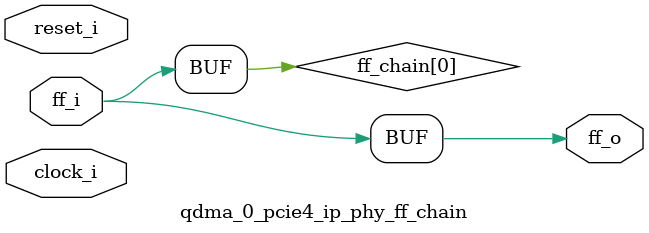
<source format=v>
/*****************************************************************************
** Description:
**    Flop Chain
**
******************************************************************************/

`timescale 1ps/1ps

`define AS_PHYREG(clk, reset, q, d, rstval)  \
   always @(posedge clk or posedge reset) begin \
      if (reset) \
         q  <= #(TCQ)   rstval;  \
      else  \
         q  <= #(TCQ)   d; \
   end

`define PHYREG(clk, reset, q, d, rstval)  \
   always @(posedge clk) begin \
      if (reset) \
         q  <= #(TCQ)   rstval;  \
      else  \
         q  <= #(TCQ)   d; \
   end

(* DowngradeIPIdentifiedWarnings = "yes" *)
module qdma_0_pcie4_ip_phy_ff_chain #(
   // Parameters
   parameter integer PIPELINE_STAGES   = 0,        // 0 = no pipeline; 1 = 1 stage; 2 = 2 stages; 3 = 3 stages
   parameter         ASYNC             = "FALSE",
   parameter integer FF_WIDTH          = 1,
   parameter integer RST_VAL           = 0,
   parameter integer TCQ               = 1
)  (   
   input  wire                         clock_i,          
   input  wire                         reset_i,           
   input  wire [FF_WIDTH-1:0]          ff_i,            
   output wire [FF_WIDTH-1:0]          ff_o        
   );

   genvar   var_i;

   reg   [FF_WIDTH-1:0]          ff_chain [PIPELINE_STAGES:0];

   always @(*) ff_chain[0] = ff_i;

generate
   if (PIPELINE_STAGES > 0) begin:  with_ff_chain
      for (var_i = 0; var_i < PIPELINE_STAGES; var_i = var_i + 1) begin: ff_chain_gen
         if (ASYNC == "TRUE") begin: async_rst
            `AS_PHYREG(clock_i, reset_i, ff_chain[var_i+1], ff_chain[var_i], RST_VAL)
         end else begin: sync_rst
            `PHYREG(clock_i, reset_i, ff_chain[var_i+1], ff_chain[var_i], RST_VAL)
         end
      end
   end
endgenerate

   assign ff_o = ff_chain[PIPELINE_STAGES];

endmodule

</source>
